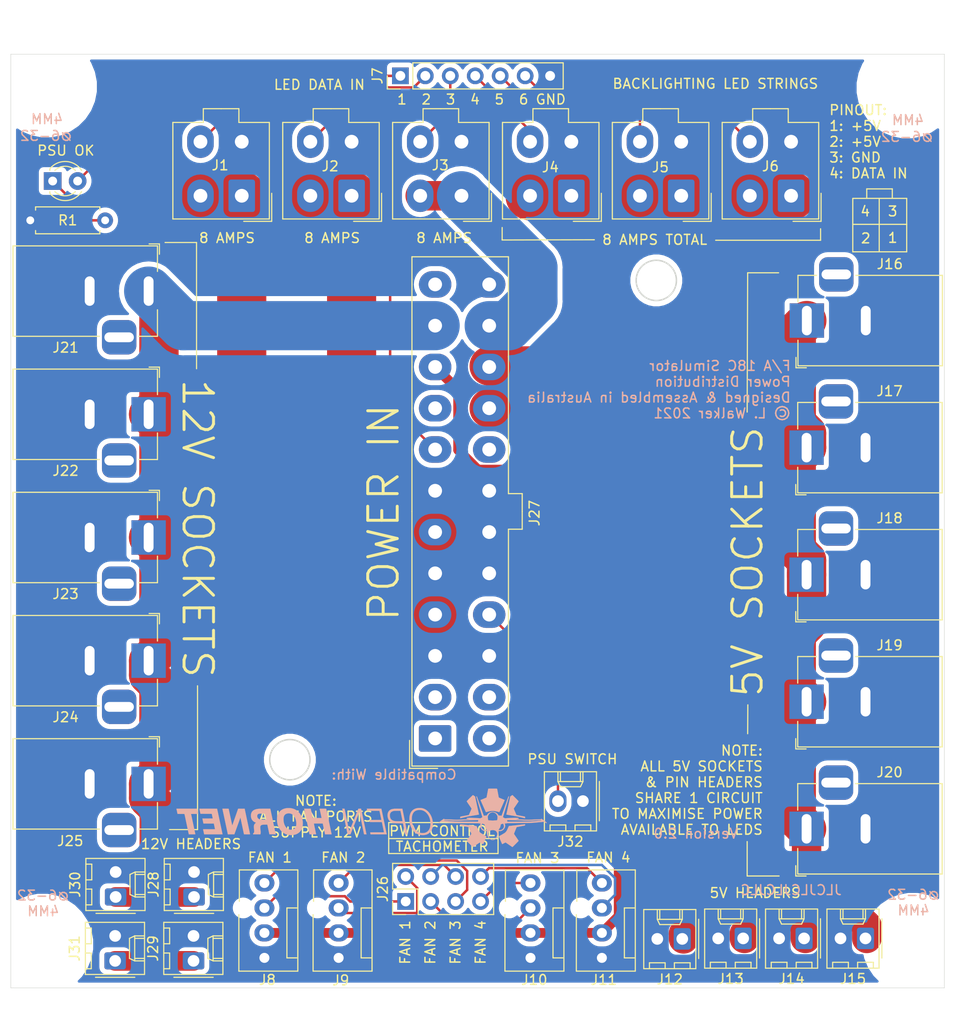
<source format=kicad_pcb>
(kicad_pcb (version 20171130) (host pcbnew "(5.1.6)-1")
  (layers (0 F.Cu signal) (31 B.Cu signal) (34 B.Paste user) (35 F.Paste user) (36 B.SilkS user) (37 F.SilkS user) (38 B.Mask user) (39 F.Mask user) (44 Edge.Cuts user))
  (net 0 "")
  (net 1 "Net-(J10-Pad4)")
  (net 2 "Net-(J10-Pad3)")
  (net 3 "Net-(J11-Pad4)")
  (net 4 "Net-(J11-Pad3)")
  (net 5 "Net-(J26-Pad5)")
  (net 6 "Net-(J26-Pad1)")
  (net 7 "Net-(J26-Pad6)")
  (net 8 "Net-(J26-Pad2)")
  (net 9 "Net-(J27-Pad20)")
  (net 10 "Net-(J27-Pad14)")
  (net 11 "Net-(J27-Pad13)")
  (net 12 "Net-(J27-Pad12)")
  (net 13 "Net-(J27-Pad9)")
  (net 14 "Net-(J27-Pad2)")
  (net 15 "Net-(J27-Pad1)")
  (net 16 /LED5V1)
  (net 17 /LED5V2)
  (net 18 /LED5V3)
  (net 19 /LED5V4)
  (net 20 /5VSOCKETS+)
  (net 21 /12VSOCKETS+)
  (net 22 /FAN+)
  (net 23 "Net-(D1-Pad1)")
  (net 24 /LEDGND)
  (net 25 /LEDDATA1)
  (net 26 /LEDDATA2)
  (net 27 /LEDDATA3)
  (net 28 /LEDDATA4)
  (net 29 /LEDDATA5)
  (net 30 /LEDDATA6)
  (net 31 /PWRGOOD)
  (net 32 /PSUSW)
  (module Connector_Molex:Molex_Mini-Fit_Jr_5566-04A_2x02_P4.20mm_Vertical (layer F.Cu) (at 34.68 14.4 180)
    (fp_text reference J2 (at 2.18 3) (layer F.SilkS))
    (fp_text value Conn_01x04_Female)
    (pad 4 thru_hole oval (at 4.2 5.5 180) (size 2.7 3.3) (drill 1.4) (layers *.Cu *.Mask) (net 26 /LEDDATA2))
    (pad 3 thru_hole oval (at 0 5.5 180) (size 2.7 3.3) (drill 1.4) (layers *.Cu *.Mask) (net 24 /LEDGND))
    (pad 2 thru_hole oval (at 4.2 0 180) (size 2.7 3.3) (drill 1.4) (layers *.Cu *.Mask) (net 17 /LED5V2))
    (pad 1 thru_hole roundrect (at 0 0 180) (size 2.7 3.3) (drill 1.4) (layers *.Cu *.Mask) (roundrect_rratio 0.09259299999999999) (net 17 /LED5V2))
  )
  (module Connector_Molex:Molex_Mini-Fit_Jr_5566-04A_2x02_P4.20mm_Vertical (layer F.Cu) (at 23.5 14.4 180)
    (fp_text reference J1 (at 2.2 3.1 180) (layer F.SilkS))
    (fp_text value Conn_01x04_Female)
    (pad 1 thru_hole roundrect (at 0 0 180) (size 2.7 3.3) (drill 1.4) (layers *.Cu *.Mask) (roundrect_rratio 0.09259299999999999) (net 16 /LED5V1))
    (pad 2 thru_hole oval (at 4.2 0 180) (size 2.7 3.3) (drill 1.4) (layers *.Cu *.Mask) (net 16 /LED5V1))
    (pad 3 thru_hole oval (at 0 5.5 180) (size 2.7 3.3) (drill 1.4) (layers *.Cu *.Mask) (net 24 /LEDGND))
    (pad 4 thru_hole oval (at 4.2 5.5 180) (size 2.7 3.3) (drill 1.4) (layers *.Cu *.Mask) (net 25 /LEDDATA1))
  )
  (module OH_Backlighting:OH_Panel_6-32_PHS (layer F.Cu) (at 91.7956 90.4928)
    (fp_text reference 5 hide)
    (fp_text value OH_Panel_Fastner_Keepout hide)
    (fp_text user ⌀6-32 (at 0.0668 -4.9764) (layer B.SilkS) (effects (justify mirror)))
    (fp_text user 4MM (at 0.0668 -3.3764 180) (layer B.SilkS) (effects (justify mirror)))
    (pad "" np_thru_hole circle (at 0 0) (size 4.3 4.3) (drill 4.3) (layers *.Cu *.Mask) (clearance 3))
  )
  (module OH_Backlighting:OH_Panel_6-32_PHS (layer F.Cu) (at 3.2332 90.5764)
    (fp_text reference 4 hide)
    (fp_text value OH_Panel_Fastner_Keepout hide)
    (fp_text user 4MM (at 0.0668 -3.3764 180) (layer B.SilkS) (effects (justify mirror)))
    (fp_text user ⌀6-32 (at 0.0668 -4.9764) (layer B.SilkS) (effects (justify mirror)))
    (pad "" np_thru_hole circle (at 0 0) (size 4.3 4.3) (drill 4.3) (layers *.Cu *.Mask) (clearance 3))
  )
  (module OH_Backlighting:OH_Panel_6-32_PHS (layer F.Cu) (at 91.2188 3.4036)
    (fp_text reference 3 hide)
    (fp_text value OH_Panel_Fastner_Keepout hide)
    (fp_text user ⌀6-32 (at -0.0068 4.998) (layer B.SilkS) (effects (justify mirror)))
    (fp_text user 4MM (at 0.075 3.298 180) (layer B.SilkS) (effects (justify mirror)))
    (pad "" np_thru_hole circle (at 0 0) (size 4.3 4.3) (drill 4.3) (layers *.Cu *.Mask) (clearance 3))
  )
  (module OH_Backlighting:OH_Panel_6-32_PHS (layer F.Cu) (at 3.6068 3.302)
    (fp_text reference 2 hide)
    (fp_text value OH_Panel_Fastner_Keepout hide)
    (fp_text user 4MM (at 0.075 3.298 180) (layer B.SilkS) (effects (justify mirror)))
    (fp_text user ⌀6-32 (at -0.0068 4.998) (layer B.SilkS) (effects (justify mirror)))
    (pad "" np_thru_hole circle (at 0 0) (size 4.3 4.3) (drill 4.3) (layers *.Cu *.Mask) (clearance 3))
  )
  (module OH_General:OH_LOGO_37.7mm_5.9mm (layer B.Cu) (at 35.7 77.7 180)
    (fp_text reference 1 hide)
    (fp_text value LOGO hide)
  )
  (module Connector_Molex:Molex_Mini-Fit_Jr_5566-04A_2x02_P4.20mm_Vertical (layer F.Cu) (at 79.4 14.4 180)
    (fp_text reference J6 (at 2.1 3) (layer F.SilkS))
    (fp_text value Conn_01x04_Female)
    (pad 1 thru_hole roundrect (at 0 0 180) (size 2.7 3.3) (drill 1.4) (layers *.Cu *.Mask) (roundrect_rratio 0.09259299999999999) (net 19 /LED5V4))
    (pad 2 thru_hole oval (at 4.2 0 180) (size 2.7 3.3) (drill 1.4) (layers *.Cu *.Mask) (net 19 /LED5V4))
    (pad 3 thru_hole oval (at 0 5.5 180) (size 2.7 3.3) (drill 1.4) (layers *.Cu *.Mask) (net 24 /LEDGND))
    (pad 4 thru_hole oval (at 4.2 5.5 180) (size 2.7 3.3) (drill 1.4) (layers *.Cu *.Mask) (net 30 /LEDDATA6))
  )
  (module Connector_Molex:Molex_Mini-Fit_Jr_5566-04A_2x02_P4.20mm_Vertical (layer F.Cu) (at 68.22 14.4 180)
    (fp_text reference J5 (at 2.12 2.9) (layer F.SilkS))
    (fp_text value Conn_01x04_Female)
    (pad 1 thru_hole roundrect (at 0 0 180) (size 2.7 3.3) (drill 1.4) (layers *.Cu *.Mask) (roundrect_rratio 0.09259299999999999) (net 19 /LED5V4))
    (pad 2 thru_hole oval (at 4.2 0 180) (size 2.7 3.3) (drill 1.4) (layers *.Cu *.Mask) (net 19 /LED5V4))
    (pad 3 thru_hole oval (at 0 5.5 180) (size 2.7 3.3) (drill 1.4) (layers *.Cu *.Mask) (net 24 /LEDGND))
    (pad 4 thru_hole oval (at 4.2 5.5 180) (size 2.7 3.3) (drill 1.4) (layers *.Cu *.Mask) (net 29 /LEDDATA5))
  )
  (module Connector_Molex:Molex_Mini-Fit_Jr_5566-04A_2x02_P4.20mm_Vertical (layer F.Cu) (at 57.04 14.4 180)
    (fp_text reference J4 (at 2.14 2.9) (layer F.SilkS))
    (fp_text value Conn_01x04_Female)
    (pad 1 thru_hole roundrect (at 0 0 180) (size 2.7 3.3) (drill 1.4) (layers *.Cu *.Mask) (roundrect_rratio 0.09259299999999999) (net 19 /LED5V4))
    (pad 2 thru_hole oval (at 4.2 0 180) (size 2.7 3.3) (drill 1.4) (layers *.Cu *.Mask) (net 19 /LED5V4))
    (pad 3 thru_hole oval (at 0 5.5 180) (size 2.7 3.3) (drill 1.4) (layers *.Cu *.Mask) (net 24 /LEDGND))
    (pad 4 thru_hole oval (at 4.2 5.5 180) (size 2.7 3.3) (drill 1.4) (layers *.Cu *.Mask) (net 28 /LEDDATA4))
  )
  (module Connector_Molex:Molex_Mini-Fit_Jr_5566-04A_2x02_P4.20mm_Vertical (layer F.Cu) (at 45.86 14.4 180)
    (fp_text reference J3 (at 2.16 3.1) (layer F.SilkS))
    (fp_text value Conn_01x04_Female)
    (pad 1 thru_hole roundrect (at 0 0 180) (size 2.7 3.3) (drill 1.4) (layers *.Cu *.Mask) (roundrect_rratio 0.09259299999999999) (net 18 /LED5V3))
    (pad 2 thru_hole oval (at 4.2 0 180) (size 2.7 3.3) (drill 1.4) (layers *.Cu *.Mask) (net 18 /LED5V3))
    (pad 3 thru_hole oval (at 0 5.5 180) (size 2.7 3.3) (drill 1.4) (layers *.Cu *.Mask) (net 24 /LEDGND))
    (pad 4 thru_hole oval (at 4.2 5.5 180) (size 2.7 3.3) (drill 1.4) (layers *.Cu *.Mask) (net 27 /LEDDATA3))
  )
  (module Resistor_THT:R_Axial_DIN0207_L6.3mm_D2.5mm_P7.62mm_Horizontal (layer F.Cu) (at 1.98 16.9)
    (fp_text reference R1 (at 3.81 0) (layer F.SilkS))
    (fp_text value R)
    (pad 2 thru_hole oval (at 7.62 0) (size 1.6 1.6) (drill 0.8) (layers *.Cu *.Mask) (net 23 "Net-(D1-Pad1)"))
    (pad 1 thru_hole circle (at 0 0) (size 1.6 1.6) (drill 0.8) (layers *.Cu *.Mask) (net 24 /LEDGND))
  )
  (module LED_THT:LED_D3.0mm (layer F.Cu) (at 4.26 12.9)
    (fp_text reference "PSU OK" (at 1.34 -3.1) (layer F.SilkS))
    (fp_text value LED)
    (pad 2 thru_hole circle (at 2.54 0) (size 1.8 1.8) (drill 0.9) (layers *.Cu *.Mask) (net 31 /PWRGOOD))
    (pad 1 thru_hole rect (at 0 0) (size 1.8 1.8) (drill 0.9) (layers *.Cu *.Mask) (net 23 "Net-(D1-Pad1)"))
  )
  (module Connector_BarrelJack:BarrelJack_Horizontal (layer F.Cu) (at 14.0236 24.1)
    (fp_text reference J21 (at -8.45 5.75) (layer F.SilkS))
    (fp_text value Conn_01x02_Female)
    (pad 3 thru_hole roundrect (at -3 4.7) (size 3.5 3.5) (drill oval 3 1) (layers *.Cu *.Mask))
    (pad 2 thru_hole roundrect (at -6 0) (size 3 3.5) (drill oval 1 3) (layers *.Cu *.Mask) (net 24 /LEDGND))
    (pad 1 thru_hole rect (at 0 0) (size 3.5 3.5) (drill oval 1 3) (layers *.Cu *.Mask) (net 21 /12VSOCKETS+))
  )
  (module Connector_BarrelJack:BarrelJack_Horizontal (layer F.Cu) (at 14.0236 49.1716)
    (fp_text reference J23 (at -8.45 5.75) (layer F.SilkS))
    (fp_text value Conn_01x02_Female)
    (pad 3 thru_hole roundrect (at -3 4.7) (size 3.5 3.5) (drill oval 3 1) (layers *.Cu *.Mask))
    (pad 2 thru_hole roundrect (at -6 0) (size 3 3.5) (drill oval 1 3) (layers *.Cu *.Mask) (net 24 /LEDGND))
    (pad 1 thru_hole rect (at 0 0) (size 3.5 3.5) (drill oval 1 3) (layers *.Cu *.Mask) (net 21 /12VSOCKETS+))
  )
  (module Connector_BarrelJack:BarrelJack_Horizontal (layer F.Cu) (at 14.0236 74.2432)
    (fp_text reference J25 (at -7.9756 5.8156) (layer F.SilkS))
    (fp_text value Conn_01x02_Female)
    (pad 3 thru_hole roundrect (at -3 4.7) (size 3.5 3.5) (drill oval 3 1) (layers *.Cu *.Mask))
    (pad 2 thru_hole roundrect (at -6 0) (size 3 3.5) (drill oval 1 3) (layers *.Cu *.Mask) (net 24 /LEDGND))
    (pad 1 thru_hole rect (at 0 0) (size 3.5 3.5) (drill oval 1 3) (layers *.Cu *.Mask) (net 21 /12VSOCKETS+))
  )
  (module Connector_BarrelJack:BarrelJack_Horizontal (layer F.Cu) (at 14.0236 61.7074)
    (fp_text reference J24 (at -8.45 5.75) (layer F.SilkS))
    (fp_text value Conn_01x02_Female)
    (pad 3 thru_hole roundrect (at -3 4.7) (size 3.5 3.5) (drill oval 3 1) (layers *.Cu *.Mask))
    (pad 2 thru_hole roundrect (at -6 0) (size 3 3.5) (drill oval 1 3) (layers *.Cu *.Mask) (net 24 /LEDGND))
    (pad 1 thru_hole rect (at 0 0) (size 3.5 3.5) (drill oval 1 3) (layers *.Cu *.Mask) (net 21 /12VSOCKETS+))
  )
  (module Connector_BarrelJack:BarrelJack_Horizontal (layer F.Cu) (at 14.0236 36.6358)
    (fp_text reference J22 (at -8.45 5.75) (layer F.SilkS))
    (fp_text value Conn_01x02_Female)
    (pad 3 thru_hole roundrect (at -3 4.7) (size 3.5 3.5) (drill oval 3 1) (layers *.Cu *.Mask))
    (pad 2 thru_hole roundrect (at -6 0) (size 3 3.5) (drill oval 1 3) (layers *.Cu *.Mask) (net 24 /LEDGND))
    (pad 1 thru_hole rect (at 0 0) (size 3.5 3.5) (drill oval 1 3) (layers *.Cu *.Mask) (net 21 /12VSOCKETS+))
  )
  (module Connector_BarrelJack:BarrelJack_Horizontal (layer F.Cu) (at 80.9752 78.8152 180)
    (fp_text reference J20 (at -8.45 5.75) (layer F.SilkS))
    (fp_text value Conn_01x02_Female)
    (pad 3 thru_hole roundrect (at -3 4.7 180) (size 3.5 3.5) (drill oval 3 1) (layers *.Cu *.Mask))
    (pad 2 thru_hole roundrect (at -6 0 180) (size 3 3.5) (drill oval 1 3) (layers *.Cu *.Mask) (net 24 /LEDGND))
    (pad 1 thru_hole rect (at 0 0 180) (size 3.5 3.5) (drill oval 1 3) (layers *.Cu *.Mask) (net 20 /5VSOCKETS+))
  )
  (module Connector_BarrelJack:BarrelJack_Horizontal (layer F.Cu) (at 80.9752 65.8864 180)
    (fp_text reference J19 (at -8.45 5.75) (layer F.SilkS))
    (fp_text value Conn_01x02_Female)
    (pad 3 thru_hole roundrect (at -3 4.7 180) (size 3.5 3.5) (drill oval 3 1) (layers *.Cu *.Mask))
    (pad 2 thru_hole roundrect (at -6 0 180) (size 3 3.5) (drill oval 1 3) (layers *.Cu *.Mask) (net 24 /LEDGND))
    (pad 1 thru_hole rect (at 0 0 180) (size 3.5 3.5) (drill oval 1 3) (layers *.Cu *.Mask) (net 20 /5VSOCKETS+))
  )
  (module Connector_BarrelJack:BarrelJack_Horizontal (layer F.Cu) (at 80.9752 52.9576 180)
    (fp_text reference J18 (at -8.45 5.75) (layer F.SilkS))
    (fp_text value Conn_01x02_Female)
    (pad 3 thru_hole roundrect (at -3 4.7 180) (size 3.5 3.5) (drill oval 3 1) (layers *.Cu *.Mask))
    (pad 2 thru_hole roundrect (at -6 0 180) (size 3 3.5) (drill oval 1 3) (layers *.Cu *.Mask) (net 24 /LEDGND))
    (pad 1 thru_hole rect (at 0 0 180) (size 3.5 3.5) (drill oval 1 3) (layers *.Cu *.Mask) (net 20 /5VSOCKETS+))
  )
  (module Connector_BarrelJack:BarrelJack_Horizontal (layer F.Cu) (at 80.9752 40.0288 180)
    (fp_text reference J17 (at -8.45 5.75) (layer F.SilkS))
    (fp_text value Conn_01x02_Female)
    (pad 3 thru_hole roundrect (at -3 4.7 180) (size 3.5 3.5) (drill oval 3 1) (layers *.Cu *.Mask))
    (pad 2 thru_hole roundrect (at -6 0 180) (size 3 3.5) (drill oval 1 3) (layers *.Cu *.Mask) (net 24 /LEDGND))
    (pad 1 thru_hole rect (at 0 0 180) (size 3.5 3.5) (drill oval 1 3) (layers *.Cu *.Mask) (net 20 /5VSOCKETS+))
  )
  (module Connector_BarrelJack:BarrelJack_Horizontal (layer F.Cu) (at 81 27.1 180)
    (fp_text reference J16 (at -8.45 5.75) (layer F.SilkS))
    (fp_text value Conn_01x02_Female)
    (pad 3 thru_hole roundrect (at -3 4.7 180) (size 3.5 3.5) (drill oval 3 1) (layers *.Cu *.Mask))
    (pad 2 thru_hole roundrect (at -6 0 180) (size 3 3.5) (drill oval 1 3) (layers *.Cu *.Mask) (net 24 /LEDGND))
    (pad 1 thru_hole rect (at 0 0 180) (size 3.5 3.5) (drill oval 1 3) (layers *.Cu *.Mask) (net 20 /5VSOCKETS+))
  )
  (module Connector_PinHeader_2.54mm:PinHeader_1x07_P2.54mm_Vertical (layer F.Cu) (at 39.64 2.2 90)
    (fp_text reference J7 (at 0 -2.33 90) (layer F.SilkS))
    (fp_text value Conn_01x07_Female)
    (pad 7 thru_hole oval (at 0 15.24 90) (size 1.7 1.7) (drill 1) (layers *.Cu *.Mask) (net 24 /LEDGND))
    (pad 6 thru_hole oval (at 0 12.7 90) (size 1.7 1.7) (drill 1) (layers *.Cu *.Mask) (net 30 /LEDDATA6))
    (pad 5 thru_hole oval (at 0 10.16 90) (size 1.7 1.7) (drill 1) (layers *.Cu *.Mask) (net 29 /LEDDATA5))
    (pad 4 thru_hole oval (at 0 7.62 90) (size 1.7 1.7) (drill 1) (layers *.Cu *.Mask) (net 28 /LEDDATA4))
    (pad 3 thru_hole oval (at 0 5.08 90) (size 1.7 1.7) (drill 1) (layers *.Cu *.Mask) (net 27 /LEDDATA3))
    (pad 2 thru_hole oval (at 0 2.54 90) (size 1.7 1.7) (drill 1) (layers *.Cu *.Mask) (net 26 /LEDDATA2))
    (pad 1 thru_hole rect (at 0 0 90) (size 1.7 1.7) (drill 1) (layers *.Cu *.Mask) (net 25 /LEDDATA1))
  )
  (module Connector_Molex:Molex_KK-254_AE-6410-02A_1x02_P2.54mm_Vertical (layer F.Cu) (at 58.2168 75.9968 180)
    (fp_text reference J32 (at 1.27 -4.12) (layer F.SilkS))
    (fp_text value Conn_01x02_Female)
    (pad 2 thru_hole oval (at 2.54 0 180) (size 1.74 2.19) (drill 1.19) (layers *.Cu *.Mask) (net 32 /PSUSW))
    (pad 1 thru_hole roundrect (at 0 0 180) (size 1.74 2.19) (drill 1.19) (layers *.Cu *.Mask) (roundrect_rratio 0.143678) (net 24 /LEDGND))
  )
  (module Connector_Molex:Molex_KK-254_AE-6410-02A_1x02_P2.54mm_Vertical (layer F.Cu) (at 10.6172 92.2528 90)
    (fp_text reference J31 (at 1.27 -4.12 90) (layer F.SilkS))
    (fp_text value Conn_01x02_Female)
    (pad 2 thru_hole oval (at 2.54 0 90) (size 1.74 2.19) (drill 1.19) (layers *.Cu *.Mask) (net 24 /LEDGND))
    (pad 1 thru_hole roundrect (at 0 0 90) (size 1.74 2.19) (drill 1.19) (layers *.Cu *.Mask) (roundrect_rratio 0.143678) (net 21 /12VSOCKETS+))
  )
  (module Connector_Molex:Molex_KK-254_AE-6410-02A_1x02_P2.54mm_Vertical (layer F.Cu) (at 10.668 85.7504 90)
    (fp_text reference J30 (at 1.27 -4.12 90) (layer F.SilkS))
    (fp_text value Conn_01x02_Female)
    (pad 2 thru_hole oval (at 2.54 0 90) (size 1.74 2.19) (drill 1.19) (layers *.Cu *.Mask) (net 24 /LEDGND))
    (pad 1 thru_hole roundrect (at 0 0 90) (size 1.74 2.19) (drill 1.19) (layers *.Cu *.Mask) (roundrect_rratio 0.143678) (net 21 /12VSOCKETS+))
  )
  (module Connector_Molex:Molex_KK-254_AE-6410-02A_1x02_P2.54mm_Vertical (layer F.Cu) (at 18.5928 92.2528 90)
    (fp_text reference J29 (at 1.27 -4.12 90) (layer F.SilkS))
    (fp_text value Conn_01x02_Female)
    (pad 2 thru_hole oval (at 2.54 0 90) (size 1.74 2.19) (drill 1.19) (layers *.Cu *.Mask) (net 24 /LEDGND))
    (pad 1 thru_hole roundrect (at 0 0 90) (size 1.74 2.19) (drill 1.19) (layers *.Cu *.Mask) (roundrect_rratio 0.143678) (net 21 /12VSOCKETS+))
  )
  (module Connector_Molex:Molex_KK-254_AE-6410-02A_1x02_P2.54mm_Vertical (layer F.Cu) (at 18.6436 85.7504 90)
    (fp_text reference J28 (at 1.27 -4.12 90) (layer F.SilkS))
    (fp_text value Conn_01x02_Female)
    (pad 2 thru_hole oval (at 2.54 0 90) (size 1.74 2.19) (drill 1.19) (layers *.Cu *.Mask) (net 24 /LEDGND))
    (pad 1 thru_hole roundrect (at 0 0 90) (size 1.74 2.19) (drill 1.19) (layers *.Cu *.Mask) (roundrect_rratio 0.143678) (net 21 /12VSOCKETS+))
  )
  (module Connector_Molex:Molex_KK-254_AE-6410-02A_1x02_P2.54mm_Vertical (layer F.Cu) (at 86.9696 89.9668 180)
    (fp_text reference J15 (at 1.27 -4.12) (layer F.SilkS))
    (fp_text value Conn_01x02_Female)
    (pad 2 thru_hole oval (at 2.54 0 180) (size 1.74 2.19) (drill 1.19) (layers *.Cu *.Mask) (net 24 /LEDGND))
    (pad 1 thru_hole roundrect (at 0 0 180) (size 1.74 2.19) (drill 1.19) (layers *.Cu *.Mask) (roundrect_rratio 0.143678) (net 20 /5VSOCKETS+))
  )
  (module Connector_Molex:Molex_KK-254_AE-6410-02A_1x02_P2.54mm_Vertical (layer F.Cu) (at 80.7212 89.9668 180)
    (fp_text reference J14 (at 1.27 -4.12) (layer F.SilkS))
    (fp_text value Conn_01x02_Female)
    (pad 2 thru_hole oval (at 2.54 0 180) (size 1.74 2.19) (drill 1.19) (layers *.Cu *.Mask) (net 24 /LEDGND))
    (pad 1 thru_hole roundrect (at 0 0 180) (size 1.74 2.19) (drill 1.19) (layers *.Cu *.Mask) (roundrect_rratio 0.143678) (net 20 /5VSOCKETS+))
  )
  (module Connector_Molex:Molex_KK-254_AE-6410-02A_1x02_P2.54mm_Vertical (layer F.Cu) (at 74.5236 89.9668 180)
    (fp_text reference J13 (at 1.27 -4.12) (layer F.SilkS))
    (fp_text value Conn_01x02_Female)
    (pad 2 thru_hole oval (at 2.54 0 180) (size 1.74 2.19) (drill 1.19) (layers *.Cu *.Mask) (net 24 /LEDGND))
    (pad 1 thru_hole roundrect (at 0 0 180) (size 1.74 2.19) (drill 1.19) (layers *.Cu *.Mask) (roundrect_rratio 0.143678) (net 20 /5VSOCKETS+))
  )
  (module Connector_Molex:Molex_KK-254_AE-6410-02A_1x02_P2.54mm_Vertical (layer F.Cu) (at 68.326 90.0176 180)
    (fp_text reference J12 (at 1.27 -4.12) (layer F.SilkS))
    (fp_text value Conn_01x02_Female)
    (pad 2 thru_hole oval (at 2.54 0 180) (size 1.74 2.19) (drill 1.19) (layers *.Cu *.Mask) (net 24 /LEDGND))
    (pad 1 thru_hole roundrect (at 0 0 180) (size 1.74 2.19) (drill 1.19) (layers *.Cu *.Mask) (roundrect_rratio 0.143678) (net 20 /5VSOCKETS+))
  )
  (module Connector_PinHeader_2.54mm:PinHeader_2x04_P2.54mm_Vertical (layer F.Cu) (at 40.1828 86.2076 90)
    (fp_text reference J26 (at 1.27 -2.33 90) (layer F.SilkS))
    (fp_text value Conn_01x08_Female)
    (pad 8 thru_hole oval (at 2.54 7.62 90) (size 1.7 1.7) (drill 1) (layers *.Cu *.Mask) (net 3 "Net-(J11-Pad4)"))
    (pad 7 thru_hole oval (at 0 7.62 90) (size 1.7 1.7) (drill 1) (layers *.Cu *.Mask) (net 1 "Net-(J10-Pad4)"))
    (pad 6 thru_hole oval (at 2.54 5.08 90) (size 1.7 1.7) (drill 1) (layers *.Cu *.Mask) (net 7 "Net-(J26-Pad6)"))
    (pad 5 thru_hole oval (at 0 5.08 90) (size 1.7 1.7) (drill 1) (layers *.Cu *.Mask) (net 5 "Net-(J26-Pad5)"))
    (pad 4 thru_hole oval (at 2.54 2.54 90) (size 1.7 1.7) (drill 1) (layers *.Cu *.Mask) (net 4 "Net-(J11-Pad3)"))
    (pad 3 thru_hole oval (at 0 2.54 90) (size 1.7 1.7) (drill 1) (layers *.Cu *.Mask) (net 2 "Net-(J10-Pad3)"))
    (pad 2 thru_hole oval (at 2.54 0 90) (size 1.7 1.7) (drill 1) (layers *.Cu *.Mask) (net 8 "Net-(J26-Pad2)"))
    (pad 1 thru_hole rect (at 0 0 90) (size 1.7 1.7) (drill 1) (layers *.Cu *.Mask) (net 6 "Net-(J26-Pad1)"))
  )
  (module Connector:FanPinHeader_1x04_P2.54mm_Vertical (layer F.Cu) (at 52.8828 91.948 90)
    (fp_text reference J10 (at -2.2352 0.3895 180) (layer F.SilkS))
    (fp_text value Conn_01x04_Female)
    (pad "" np_thru_hole circle (at 5.08 -2.16 180) (size 1.1 1.1) (drill 1.1) (layers *.Cu *.Mask))
    (pad 4 thru_hole oval (at 7.62 0 180) (size 2.03 1.73) (drill 1.02) (layers *.Cu *.Mask) (net 1 "Net-(J10-Pad4)"))
    (pad 3 thru_hole oval (at 5.08 0 180) (size 2.03 1.73) (drill 1.02) (layers *.Cu *.Mask) (net 2 "Net-(J10-Pad3)"))
    (pad 2 thru_hole oval (at 2.54 0 180) (size 2.03 1.73) (drill 1.02) (layers *.Cu *.Mask) (net 22 /FAN+))
    (pad 1 thru_hole rect (at 0 0 180) (size 2.03 1.73) (drill 1.02) (layers *.Cu *.Mask) (net 24 /LEDGND))
  )
  (module Connector:FanPinHeader_1x04_P2.54mm_Vertical (layer F.Cu) (at 60.1472 91.948 90)
    (fp_text reference J11 (at -2.2352 0.2032 180) (layer F.SilkS))
    (fp_text value Conn_01x04_Female)
    (pad "" np_thru_hole circle (at 5.08 -2.16 180) (size 1.1 1.1) (drill 1.1) (layers *.Cu *.Mask))
    (pad 4 thru_hole oval (at 7.62 0 180) (size 2.03 1.73) (drill 1.02) (layers *.Cu *.Mask) (net 3 "Net-(J11-Pad4)"))
    (pad 3 thru_hole oval (at 5.08 0 180) (size 2.03 1.73) (drill 1.02) (layers *.Cu *.Mask) (net 4 "Net-(J11-Pad3)"))
    (pad 2 thru_hole oval (at 2.54 0 180) (size 2.03 1.73) (drill 1.02) (layers *.Cu *.Mask) (net 22 /FAN+))
    (pad 1 thru_hole rect (at 0 0 180) (size 2.03 1.73) (drill 1.02) (layers *.Cu *.Mask) (net 24 /LEDGND))
  )
  (module Connector:FanPinHeader_1x04_P2.54mm_Vertical (layer F.Cu) (at 33.3587 91.948 90)
    (fp_text reference J9 (at -2.286 0.2201 180) (layer F.SilkS))
    (fp_text value Conn_01x04_Female)
    (pad "" np_thru_hole circle (at 5.08 -2.16 180) (size 1.1 1.1) (drill 1.1) (layers *.Cu *.Mask))
    (pad 4 thru_hole oval (at 7.62 0 180) (size 2.03 1.73) (drill 1.02) (layers *.Cu *.Mask) (net 7 "Net-(J26-Pad6)"))
    (pad 3 thru_hole oval (at 5.08 0 180) (size 2.03 1.73) (drill 1.02) (layers *.Cu *.Mask) (net 8 "Net-(J26-Pad2)"))
    (pad 2 thru_hole oval (at 2.54 0 180) (size 2.03 1.73) (drill 1.02) (layers *.Cu *.Mask) (net 22 /FAN+))
    (pad 1 thru_hole rect (at 0 0 180) (size 2.03 1.73) (drill 1.02) (layers *.Cu *.Mask) (net 24 /LEDGND))
  )
  (module Connector:FanPinHeader_1x04_P2.54mm_Vertical (layer F.Cu) (at 25.8064 91.948 90)
    (fp_text reference J8 (at -2.2352 0.3048 180) (layer F.SilkS))
    (fp_text value Conn_01x04_Female)
    (pad "" np_thru_hole circle (at 5.08 -2.16 180) (size 1.1 1.1) (drill 1.1) (layers *.Cu *.Mask))
    (pad 4 thru_hole oval (at 7.62 0 180) (size 2.03 1.73) (drill 1.02) (layers *.Cu *.Mask) (net 5 "Net-(J26-Pad5)"))
    (pad 3 thru_hole oval (at 5.08 0 180) (size 2.03 1.73) (drill 1.02) (layers *.Cu *.Mask) (net 6 "Net-(J26-Pad1)"))
    (pad 2 thru_hole oval (at 2.54 0 180) (size 2.03 1.73) (drill 1.02) (layers *.Cu *.Mask) (net 22 /FAN+))
    (pad 1 thru_hole rect (at 0 0 180) (size 2.03 1.73) (drill 1.02) (layers *.Cu *.Mask) (net 24 /LEDGND))
  )
  (module Connector_Molex:Molex_Mini-Fit_Jr_5566-24A_2x12_P4.20mm_Vertical (layer F.Cu) (at 43.18 69.6188 90)
    (fp_text reference J27 (at 22.9288 10.1092 90) (layer F.SilkS))
    (fp_text value Conn_01x24_Female)
    (pad 24 thru_hole oval (at 46.2 5.5 90) (size 2.7 3.3) (drill 1.4) (layers *.Cu *.Mask) (net 24 /LEDGND))
    (pad 23 thru_hole oval (at 42 5.5 90) (size 2.7 3.3) (drill 1.4) (layers *.Cu *.Mask) (net 18 /LED5V3))
    (pad 22 thru_hole oval (at 37.8 5.5 90) (size 2.7 3.3) (drill 1.4) (layers *.Cu *.Mask) (net 19 /LED5V4))
    (pad 21 thru_hole oval (at 33.6 5.5 90) (size 2.7 3.3) (drill 1.4) (layers *.Cu *.Mask) (net 20 /5VSOCKETS+))
    (pad 20 thru_hole oval (at 29.4 5.5 90) (size 2.7 3.3) (drill 1.4) (layers *.Cu *.Mask) (net 9 "Net-(J27-Pad20)"))
    (pad 19 thru_hole oval (at 25.2 5.5 90) (size 2.7 3.3) (drill 1.4) (layers *.Cu *.Mask) (net 24 /LEDGND))
    (pad 18 thru_hole oval (at 21 5.5 90) (size 2.7 3.3) (drill 1.4) (layers *.Cu *.Mask) (net 24 /LEDGND))
    (pad 17 thru_hole oval (at 16.8 5.5 90) (size 2.7 3.3) (drill 1.4) (layers *.Cu *.Mask) (net 24 /LEDGND))
    (pad 16 thru_hole oval (at 12.6 5.5 90) (size 2.7 3.3) (drill 1.4) (layers *.Cu *.Mask) (net 32 /PSUSW))
    (pad 15 thru_hole oval (at 8.4 5.5 90) (size 2.7 3.3) (drill 1.4) (layers *.Cu *.Mask) (net 24 /LEDGND))
    (pad 14 thru_hole oval (at 4.2 5.5 90) (size 2.7 3.3) (drill 1.4) (layers *.Cu *.Mask) (net 10 "Net-(J27-Pad14)"))
    (pad 13 thru_hole oval (at 0 5.5 90) (size 2.7 3.3) (drill 1.4) (layers *.Cu *.Mask) (net 11 "Net-(J27-Pad13)"))
    (pad 12 thru_hole oval (at 46.2 0 90) (size 2.7 3.3) (drill 1.4) (layers *.Cu *.Mask) (net 12 "Net-(J27-Pad12)"))
    (pad 11 thru_hole oval (at 42 0 90) (size 2.7 3.3) (drill 1.4) (layers *.Cu *.Mask) (net 21 /12VSOCKETS+))
    (pad 10 thru_hole oval (at 37.8 0 90) (size 2.7 3.3) (drill 1.4) (layers *.Cu *.Mask) (net 22 /FAN+))
    (pad 9 thru_hole oval (at 33.6 0 90) (size 2.7 3.3) (drill 1.4) (layers *.Cu *.Mask) (net 13 "Net-(J27-Pad9)"))
    (pad 8 thru_hole oval (at 29.4 0 90) (size 2.7 3.3) (drill 1.4) (layers *.Cu *.Mask) (net 31 /PWRGOOD))
    (pad 7 thru_hole oval (at 25.2 0 90) (size 2.7 3.3) (drill 1.4) (layers *.Cu *.Mask) (net 24 /LEDGND))
    (pad 6 thru_hole oval (at 21 0 90) (size 2.7 3.3) (drill 1.4) (layers *.Cu *.Mask) (net 17 /LED5V2))
    (pad 5 thru_hole oval (at 16.8 0 90) (size 2.7 3.3) (drill 1.4) (layers *.Cu *.Mask) (net 24 /LEDGND))
    (pad 4 thru_hole oval (at 12.6 0 90) (size 2.7 3.3) (drill 1.4) (layers *.Cu *.Mask) (net 16 /LED5V1))
    (pad 3 thru_hole oval (at 8.4 0 90) (size 2.7 3.3) (drill 1.4) (layers *.Cu *.Mask) (net 24 /LEDGND))
    (pad 2 thru_hole oval (at 4.2 0 90) (size 2.7 3.3) (drill 1.4) (layers *.Cu *.Mask) (net 14 "Net-(J27-Pad2)"))
    (pad 1 thru_hole roundrect (at 0 0 90) (size 2.7 3.3) (drill 1.4) (layers *.Cu *.Mask) (roundrect_rratio 0.09259299999999999) (net 15 "Net-(J27-Pad1)"))
  )
  (gr_text "FAN 1" (at 40.132 90.3732 90) (layer F.SilkS) (effects (font (size 1 1))))
  (gr_text "Compatible With:" (at 39 73.3) (layer B.SilkS) (effects (font (size 1 1)) (justify mirror)))
  (gr_line (start 89.7 13.7) (end 89.7 14.6) (layer F.SilkS) (width 0.12))
  (gr_line (start 87.1 13.7) (end 89.7 13.7) (layer F.SilkS) (width 0.12))
  (gr_line (start 87.1 14.6) (end 87.1 13.7) (layer F.SilkS) (width 0.12))
  (gr_text JLCJLCJLCJLC (at 79.4 85.04682) (layer B.SilkS) (effects (font (size 1 1)) (justify mirror)))
  (gr_text "PSU SWITCH" (at 57.15 71.7296) (layer F.SilkS) (effects (font (size 1 1))))
  (gr_text "12V HEADERS" (at 18.3388 80.3656) (layer F.SilkS) (effects (font (size 1 1))))
  (gr_circle (center 65.6844 23.0124) (end 67.7344 23.0124) (layer Edge.Cuts) (width 0.15))
  (gr_circle (center 28.3972 71.7804) (end 30.4472 71.7804) (layer Edge.Cuts) (width 0.15))
  (gr_text "Version 2.0" (at 69.7 79.3) (layer B.SilkS) (effects (font (size 1 1)) (justify mirror)))
  (gr_text "F/A 18C Simulator\nPower Distribution\nDesigned & Assembled in Australia\n© L. Walker 2021\n" (at 79.4512 34.1244) (layer B.SilkS) (effects (font (size 1 1)) (justify left mirror)))
  (gr_line (start 50 18.9) (end 50 17.6316) (layer F.SilkS) (width 0.12))
  (gr_line (start 59.38 18.8752) (end 50 18.9) (layer F.SilkS) (width 0.12))
  (gr_line (start 82.4 18.926) (end 82.4 17.7576) (layer F.SilkS) (width 0.12))
  (gr_line (start 71.7244 18.926) (end 82.4 18.926) (layer F.SilkS) (width 0.12))
  (gr_text "8 AMPS TOTAL" (at 65.5268 18.8752) (layer F.SilkS) (effects (font (size 1 1))))
  (gr_text "8 AMPS" (at 44.1 18.7) (layer F.SilkS) (effects (font (size 1 1))))
  (gr_text "8 AMPS" (at 32.7 18.7) (layer F.SilkS) (effects (font (size 1 1))))
  (gr_text "8 AMPS" (at 22 18.7) (layer F.SilkS) (effects (font (size 1 1))))
  (gr_text "PINOUT:\n1: +5V\n2: +5V\n3: GND\n4: DATA IN" (at 83.2 8.9) (layer F.SilkS) (effects (font (size 1 1)) (justify left)))
  (gr_text 4 (at 86.9476 15.9876) (layer F.SilkS) (effects (font (size 1 1))))
  (gr_text 3 (at 89.7416 15.9876) (layer F.SilkS) (effects (font (size 1 1))))
  (gr_text 2 (at 86.9984 18.7308) (layer F.SilkS) (effects (font (size 1 1))))
  (gr_text 1 (at 89.7416 18.68) (layer F.SilkS) (effects (font (size 1 1))))
  (gr_line (start 91.164 17.3084) (end 85.6776 17.3084) (layer F.SilkS) (width 0.12))
  (gr_line (start 88.37 14.6668) (end 88.37 20.0516) (layer F.SilkS) (width 0.12))
  (gr_line (start 91.164 14.6668) (end 85.6776 14.6668) (layer F.SilkS) (width 0.12))
  (gr_line (start 91.164 20.1024) (end 91.164 14.6668) (layer F.SilkS) (width 0.12))
  (gr_line (start 85.6776 20.1024) (end 91.164 20.1024) (layer F.SilkS) (width 0.12))
  (gr_line (start 85.6776 14.6668) (end 85.6776 20.1024) (layer F.SilkS) (width 0.12))
  (gr_line (start 74.93 83.6168) (end 78.1812 83.6168) (layer F.SilkS) (width 0.12))
  (gr_line (start 74.93 80.1116) (end 74.93 83.6168) (layer F.SilkS) (width 0.12))
  (gr_line (start 75 66.2) (end 74.9808 69.1388) (layer F.SilkS) (width 0.12))
  (gr_line (start 74.9808 22.2372) (end 78.1304 22.2372) (layer F.SilkS) (width 0.12))
  (gr_line (start 74.93 36.4104) (end 74.9808 22.2372) (layer F.SilkS) (width 0.12))
  (gr_line (start 18.9992 78.8924) (end 16.1544 78.8924) (layer F.SilkS) (width 0.12))
  (gr_line (start 18.9992 64.262) (end 18.9992 78.8924) (layer F.SilkS) (width 0.12))
  (gr_line (start 18.8976 19.1544) (end 15.6972 19.1544) (layer F.SilkS) (width 0.12))
  (gr_line (start 18.9 32) (end 18.8976 19.1544) (layer F.SilkS) (width 0.12))
  (gr_text "POWER IN" (at 37.9476 46.6344 90) (layer F.SilkS) (effects (font (size 3 3) (thickness 0.3))))
  (gr_text "NOTE:\nALL 5V SOCKETS\n& PIN HEADERS\nSHARE 1 CIRCUIT\nTO MAXIMISE POWER\nAVAILABLE TO LEDS" (at 76.6064 74.8792) (layer F.SilkS) (effects (font (size 1 1)) (justify right)))
  (gr_text "5V HEADERS" (at 75.7428 85.344) (layer F.SilkS) (effects (font (size 1 1))))
  (gr_text "NOTE:\nALL FAN PORTS\nSUPPLY 12V" (at 31.0388 77.5716) (layer F.SilkS) (effects (font (size 1 1))))
  (gr_text TACHOMETER (at 43.8912 80.6196) (layer F.SilkS) (effects (font (size 1 1))))
  (gr_text "PWM CONTROL" (at 43.8912 79.0448) (layer F.SilkS) (effects (font (size 1 1))))
  (gr_line (start 38.4556 79.8068) (end 49.53 79.8068) (layer F.SilkS) (width 0.12))
  (gr_line (start 49.5808 81.3308) (end 38.4556 81.3308) (layer F.SilkS) (width 0.12))
  (gr_line (start 49.5808 78.1812) (end 49.5808 81.3308) (layer F.SilkS) (width 0.12))
  (gr_line (start 38.4556 78.1812) (end 49.5808 78.1812) (layer F.SilkS) (width 0.12))
  (gr_line (start 38.4556 81.3308) (end 38.4556 78.1812) (layer F.SilkS) (width 0.12))
  (gr_text "FAN 4" (at 47.8028 90.3732 90) (layer F.SilkS) (effects (font (size 1 1))))
  (gr_text "FAN 3" (at 45.245866 90.3732 90) (layer F.SilkS) (effects (font (size 1 1))))
  (gr_text "FAN 2" (at 42.688933 90.3732 90) (layer F.SilkS) (effects (font (size 1 1))))
  (gr_text "FAN 4" (at 60.8076 81.7372) (layer F.SilkS) (effects (font (size 1 1))))
  (gr_text "FAN 3" (at 53.594 81.788) (layer F.SilkS) (effects (font (size 1 1))))
  (gr_text "FAN 2" (at 33.8328 81.7372) (layer F.SilkS) (effects (font (size 1 1))))
  (gr_text "FAN 1" (at 26.3652 81.7372) (layer F.SilkS) (effects (font (size 1 1))))
  (gr_text "1  2  3  4  5  6 GND" (at 47.9 4.6) (layer F.SilkS) (effects (font (size 1 1))))
  (gr_text "LED DATA IN" (at 31.4 3.1) (layer F.SilkS) (effects (font (size 1 1))))
  (gr_text "BACKLIGHTING LED STRINGS" (at 71.7 3) (layer F.SilkS) (effects (font (size 1 1))))
  (gr_text "12V SOCKETS" (at 18.9992 48.26 270) (layer F.SilkS) (effects (font (size 3 3) (thickness 0.3))))
  (gr_text "5V SOCKETS" (at 74.9808 51.6504 90) (layer F.SilkS) (effects (font (size 3 3) (thickness 0.3))))
  (gr_line (start 0 0) (end 95 0) (layer Edge.Cuts) (width 0.05))
  (gr_line (start 0 95) (end 95 95) (layer Edge.Cuts) (width 0.05))
  (gr_line (start 95 0) (end 95 95) (layer Edge.Cuts) (width 0.05))
  (gr_line (start 0 0) (end 0 95) (layer Edge.Cuts) (width 0.05))
  (segment (start 49.6824 84.328) (end 52.8828 84.328) (width 0.25) (layer F.Cu) (net 1))
  (segment (start 47.8028 86.2076) (end 49.6824 84.328) (width 0.25) (layer F.Cu) (net 1))
  (segment (start 42.7228 86.2076) (end 44.9152 88.4) (width 0.25) (layer F.Cu) (net 2))
  (segment (start 51.3508 88.4) (end 52.8828 86.868) (width 0.25) (layer F.Cu) (net 2))
  (segment (start 44.9152 88.4) (end 51.3508 88.4) (width 0.25) (layer F.Cu) (net 2))
  (segment (start 58.636801 82.817601) (end 60.1472 84.328) (width 0.25) (layer F.Cu) (net 3))
  (segment (start 48.652799 82.817601) (end 58.636801 82.817601) (width 0.25) (layer F.Cu) (net 3))
  (segment (start 47.8028 83.6676) (end 48.652799 82.817601) (width 0.25) (layer F.Cu) (net 3))
  (segment (start 60.144727 82.492599) (end 43.897801 82.492599) (width 0.25) (layer B.Cu) (net 4))
  (segment (start 61.48721 83.835082) (end 60.144727 82.492599) (width 0.25) (layer B.Cu) (net 4))
  (segment (start 61.48721 85.52799) (end 61.48721 83.835082) (width 0.25) (layer B.Cu) (net 4))
  (segment (start 43.897801 82.492599) (end 42.7228 83.6676) (width 0.25) (layer B.Cu) (net 4))
  (segment (start 60.1472 86.868) (end 61.48721 85.52799) (width 0.25) (layer B.Cu) (net 4))
  (segment (start 46.437801 83.103599) (end 46.437801 85.032599) (width 0.25) (layer F.Cu) (net 5))
  (segment (start 45.376792 82.04259) (end 46.437801 83.103599) (width 0.25) (layer F.Cu) (net 5))
  (segment (start 28.09181 82.04259) (end 45.376792 82.04259) (width 0.25) (layer F.Cu) (net 5))
  (segment (start 46.437801 85.032599) (end 45.2628 86.2076) (width 0.25) (layer F.Cu) (net 5))
  (segment (start 25.8064 84.328) (end 28.09181 82.04259) (width 0.25) (layer F.Cu) (net 5))
  (segment (start 26.99641 85.67799) (end 25.8064 86.868) (width 0.25) (layer F.Cu) (net 6))
  (segment (start 34.001618 85.67799) (end 26.99641 85.67799) (width 0.25) (layer F.Cu) (net 6))
  (segment (start 34.531228 86.2076) (end 34.001618 85.67799) (width 0.25) (layer F.Cu) (net 6))
  (segment (start 40.1828 86.2076) (end 34.531228 86.2076) (width 0.25) (layer F.Cu) (net 6))
  (segment (start 44.087799 82.492599) (end 45.2628 83.6676) (width 0.25) (layer F.Cu) (net 7))
  (segment (start 35.194101 82.492599) (end 44.087799 82.492599) (width 0.25) (layer F.Cu) (net 7))
  (segment (start 33.3587 84.328) (end 35.194101 82.492599) (width 0.25) (layer F.Cu) (net 7))
  (segment (start 33.873301 87.382601) (end 33.3587 86.868) (width 0.25) (layer F.Cu) (net 8))
  (segment (start 41.292801 87.382601) (end 33.873301 87.382601) (width 0.25) (layer F.Cu) (net 8))
  (segment (start 41.357801 84.842601) (end 41.357801 87.317601) (width 0.25) (layer F.Cu) (net 8))
  (segment (start 41.357801 87.317601) (end 41.292801 87.382601) (width 0.25) (layer F.Cu) (net 8))
  (segment (start 40.1828 83.6676) (end 41.357801 84.842601) (width 0.25) (layer F.Cu) (net 8))
  (segment (start 19.3 14.4) (end 23.5 14.4) (width 5) (layer F.Cu) (net 16))
  (segment (start 23.5 39.3078) (end 41.211 57.0188) (width 5) (layer F.Cu) (net 16))
  (segment (start 41.211 57.0188) (end 43.18 57.0188) (width 5) (layer F.Cu) (net 16))
  (segment (start 23.5 14.4) (end 23.5 39.3078) (width 5) (layer F.Cu) (net 16))
  (segment (start 41.16101 48.56881) (end 34.68 42.0878) (width 5) (layer F.Cu) (net 17))
  (segment (start 43.16881 48.56881) (end 41.16101 48.56881) (width 5) (layer F.Cu) (net 17))
  (segment (start 43.18 48.58) (end 43.16881 48.56881) (width 5) (layer F.Cu) (net 17))
  (segment (start 34.68 42.0878) (end 34.68 14.4) (width 5) (layer F.Cu) (net 17))
  (segment (start 43.18 48.6188) (end 43.18 48.58) (width 5) (layer F.Cu) (net 17))
  (segment (start 34.68 14.4) (end 30.48 14.4) (width 5) (layer F.Cu) (net 17))
  (segment (start 41.66 14.4) (end 45.86 14.4) (width 3) (layer F.Cu) (net 18))
  (segment (start 50.649 27.6188) (end 48.68 27.6188) (width 5) (layer B.Cu) (net 18))
  (segment (start 53.13001 25.13779) (end 50.649 27.6188) (width 5) (layer B.Cu) (net 18))
  (segment (start 53.13001 21.69981) (end 53.13001 25.13779) (width 5) (layer B.Cu) (net 18))
  (segment (start 45.86 14.4298) (end 53.13001 21.69981) (width 5) (layer B.Cu) (net 18))
  (segment (start 45.86 14.4) (end 45.86 14.4298) (width 5) (layer B.Cu) (net 18))
  (segment (start 52.84 14.4) (end 57.04 14.4) (width 5) (layer F.Cu) (net 19))
  (segment (start 64.02 14.4) (end 68.22 14.4) (width 5) (layer F.Cu) (net 19))
  (segment (start 79.4 14.4) (end 75.2 14.4) (width 5) (layer F.Cu) (net 19))
  (segment (start 61.5 14.4) (end 59.4 16.5) (width 4) (layer F.Cu) (net 19))
  (segment (start 61.5 14.4) (end 57.04 14.4) (width 5) (layer F.Cu) (net 19))
  (segment (start 64.02 14.4) (end 61.5 14.4) (width 5) (layer F.Cu) (net 19))
  (segment (start 59.4 16.5) (end 59.4 26.6) (width 4) (layer F.Cu) (net 19))
  (segment (start 54.28121 31.71879) (end 48.68 31.71879) (width 4) (layer F.Cu) (net 19))
  (segment (start 59.4 26.6) (end 54.28121 31.71879) (width 4) (layer F.Cu) (net 19))
  (segment (start 75.2 14.4) (end 68.22 14.4) (width 5) (layer F.Cu) (net 19))
  (segment (start 79.92519 64.83639) (end 80.9752 65.8864) (width 4) (layer F.Cu) (net 20))
  (segment (start 79.92519 58.996266) (end 79.92519 64.83639) (width 4) (layer F.Cu) (net 20))
  (segment (start 80.9752 57.946256) (end 79.92519 58.996266) (width 4) (layer F.Cu) (net 20))
  (segment (start 80.9752 52.9576) (end 80.9752 57.946256) (width 4) (layer F.Cu) (net 20))
  (segment (start 79.92519 50.447734) (end 79.92519 41.07881) (width 4) (layer F.Cu) (net 20))
  (segment (start 80.9752 51.497744) (end 79.92519 50.447734) (width 4) (layer F.Cu) (net 20))
  (segment (start 79.92519 41.07881) (end 80.9752 40.0288) (width 4) (layer F.Cu) (net 20))
  (segment (start 80.9752 52.9576) (end 80.9752 51.497744) (width 4) (layer F.Cu) (net 20))
  (segment (start 79.92519 37.518934) (end 79.92519 28.17481) (width 4) (layer F.Cu) (net 20))
  (segment (start 79.92519 28.17481) (end 81 27.1) (width 4) (layer F.Cu) (net 20))
  (segment (start 80.9752 38.568944) (end 79.92519 37.518934) (width 4) (layer F.Cu) (net 20))
  (segment (start 80.9752 40.0288) (end 80.9752 38.568944) (width 4) (layer F.Cu) (net 20))
  (segment (start 79.92519 66.93641) (end 80.9752 65.8864) (width 4) (layer F.Cu) (net 20))
  (segment (start 79.92519 77.76519) (end 79.92519 66.93641) (width 4) (layer F.Cu) (net 20))
  (segment (start 80.9752 78.8152) (end 79.92519 77.76519) (width 4) (layer F.Cu) (net 20))
  (segment (start 74.65361 89.493426) (end 74.65361 89.9668) (width 3) (layer F.Cu) (net 20))
  (segment (start 80.9752 78.8152) (end 80.9752 83.171836) (width 3) (layer F.Cu) (net 20))
  (segment (start 68.45601 89.493426) (end 68.45601 90.0176) (width 3) (layer F.Cu) (net 20))
  (segment (start 80.9752 83.171836) (end 76.723518 87.423518) (width 3) (layer F.Cu) (net 20))
  (segment (start 76.723518 87.423518) (end 74.65361 89.493426) (width 3) (layer F.Cu) (net 20))
  (segment (start 76.723518 87.423518) (end 76.37179 87.07179) (width 3) (layer F.Cu) (net 20))
  (segment (start 76.37179 87.07179) (end 70.877646 87.07179) (width 3) (layer F.Cu) (net 20))
  (segment (start 70.877646 87.07179) (end 68.45601 89.493426) (width 3) (layer F.Cu) (net 20))
  (segment (start 80.85121 88.635846) (end 80.85121 89.9668) (width 3) (layer F.Cu) (net 20))
  (segment (start 76.37179 87.07179) (end 79.287154 87.07179) (width 3) (layer F.Cu) (net 20))
  (segment (start 79.287154 87.07179) (end 80.85121 88.635846) (width 3) (layer F.Cu) (net 20))
  (segment (start 87.09961 88.635846) (end 87.09961 89.9668) (width 3) (layer F.Cu) (net 20))
  (segment (start 79.287154 87.07179) (end 85.535554 87.07179) (width 3) (layer F.Cu) (net 20))
  (segment (start 85.535554 87.07179) (end 87.09961 88.635846) (width 3) (layer F.Cu) (net 20))
  (segment (start 76.9652 36.0188) (end 80.9752 40.0288) (width 4) (layer F.Cu) (net 20))
  (segment (start 48.68 36.0188) (end 76.9652 36.0188) (width 4) (layer F.Cu) (net 20))
  (segment (start 14.0236 75.703056) (end 15.1 76.779456) (width 4) (layer F.Cu) (net 21))
  (segment (start 14.0236 74.2432) (end 14.0236 75.703056) (width 4) (layer F.Cu) (net 21))
  (segment (start 14.1472 92.2528) (end 10.6172 92.2528) (width 2) (layer F.Cu) (net 21))
  (segment (start 15.1 91.3) (end 14.1472 92.2528) (width 2) (layer F.Cu) (net 21))
  (segment (start 16.0528 92.2528) (end 18.5928 92.2528) (width 2) (layer F.Cu) (net 21))
  (segment (start 15.1 91.3) (end 16.0528 92.2528) (width 2) (layer F.Cu) (net 21))
  (segment (start 13.6496 85.7504) (end 15.1 84.3) (width 2) (layer F.Cu) (net 21))
  (segment (start 10.668 85.7504) (end 13.6496 85.7504) (width 2) (layer F.Cu) (net 21))
  (segment (start 15.1 76.779456) (end 15.1 84.3) (width 4) (layer F.Cu) (net 21))
  (segment (start 15.1 84.3) (end 15.1 91.3) (width 4) (layer F.Cu) (net 21))
  (segment (start 16.5504 85.7504) (end 15.1 84.3) (width 2) (layer F.Cu) (net 21))
  (segment (start 18.6436 85.7504) (end 16.5504 85.7504) (width 2) (layer F.Cu) (net 21))
  (segment (start 15.07361 35.58579) (end 14.0236 36.6358) (width 4) (layer F.Cu) (net 21))
  (segment (start 14.0236 24.1) (end 15.07361 25.15001) (width 4) (layer F.Cu) (net 21))
  (segment (start 15.07361 48.12159) (end 14.0236 49.1716) (width 4) (layer F.Cu) (net 21))
  (segment (start 15.07361 37.68581) (end 15.07361 48.12159) (width 4) (layer F.Cu) (net 21))
  (segment (start 14.0236 36.6358) (end 15.07361 37.68581) (width 4) (layer F.Cu) (net 21))
  (segment (start 15.07361 60.65739) (end 14.0236 61.7074) (width 4) (layer F.Cu) (net 21))
  (segment (start 15.07361 50.22161) (end 15.07361 60.65739) (width 4) (layer F.Cu) (net 21))
  (segment (start 14.0236 49.1716) (end 15.07361 50.22161) (width 4) (layer F.Cu) (net 21))
  (segment (start 15.07361 64.217266) (end 15.07361 73.19319) (width 4) (layer F.Cu) (net 21))
  (segment (start 14.0236 63.167256) (end 15.07361 64.217266) (width 4) (layer F.Cu) (net 21))
  (segment (start 15.07361 73.19319) (end 14.0236 74.2432) (width 4) (layer F.Cu) (net 21))
  (segment (start 14.0236 61.7074) (end 14.0236 63.167256) (width 4) (layer F.Cu) (net 21))
  (segment (start 15.07361 25.15001) (end 15.07361 27.82639) (width 4) (layer F.Cu) (net 21))
  (segment (start 15.07361 27.82639) (end 15.07361 35.58579) (width 4) (layer F.Cu) (net 21))
  (segment (start 17.5424 27.6188) (end 14.0236 24.1) (width 5) (layer B.Cu) (net 21))
  (segment (start 43.18 27.6188) (end 17.5424 27.6188) (width 5) (layer B.Cu) (net 21))
  (segment (start 60.1472 89.408) (end 52.8828 89.408) (width 1) (layer F.Cu) (net 22))
  (segment (start 33.3587 89.408) (end 52.8828 89.408) (width 1) (layer F.Cu) (net 22))
  (segment (start 33.3587 89.408) (end 25.8064 89.408) (width 1) (layer F.Cu) (net 22))
  (segment (start 45.53001 40.267961) (end 45.53001 34.16881) (width 1) (layer F.Cu) (net 22))
  (segment (start 45.53001 34.16881) (end 43.18 31.8188) (width 1) (layer F.Cu) (net 22))
  (segment (start 47.530859 42.26881) (end 45.53001 40.267961) (width 1) (layer F.Cu) (net 22))
  (segment (start 53.970563 42.26881) (end 47.530859 42.26881) (width 1) (layer F.Cu) (net 22))
  (segment (start 61.86221 50.160457) (end 53.970563 42.26881) (width 1) (layer F.Cu) (net 22))
  (segment (start 61.86221 87.69299) (end 61.86221 50.160457) (width 1) (layer F.Cu) (net 22))
  (segment (start 60.1472 89.408) (end 61.86221 87.69299) (width 1) (layer F.Cu) (net 22))
  (segment (start 8.26 16.9) (end 9.6 16.9) (width 0.25) (layer F.Cu) (net 23))
  (segment (start 4.26 12.9) (end 8.26 16.9) (width 0.25) (layer F.Cu) (net 23))
  (segment (start 26 2.2) (end 19.3 8.9) (width 0.25) (layer F.Cu) (net 25))
  (segment (start 39.64 2.2) (end 26 2.2) (width 0.25) (layer F.Cu) (net 25))
  (segment (start 36.004999 3.375001) (end 41.004999 3.375001) (width 0.25) (layer F.Cu) (net 26))
  (segment (start 41.004999 3.375001) (end 42.18 2.2) (width 0.25) (layer F.Cu) (net 26))
  (segment (start 30.48 8.9) (end 36.004999 3.375001) (width 0.25) (layer F.Cu) (net 26))
  (segment (start 44.72 5.84) (end 41.66 8.9) (width 0.25) (layer F.Cu) (net 27))
  (segment (start 44.72 2.2) (end 44.72 5.84) (width 0.25) (layer F.Cu) (net 27))
  (segment (start 52.84 7.78) (end 52.84 8.9) (width 0.25) (layer F.Cu) (net 28))
  (segment (start 47.26 2.2) (end 52.84 7.78) (width 0.25) (layer F.Cu) (net 28))
  (segment (start 64.02 8.9) (end 64.02 6.62) (width 0.25) (layer F.Cu) (net 29))
  (segment (start 64.02 6.62) (end 62.8 5.4) (width 0.25) (layer F.Cu) (net 29))
  (segment (start 53 5.4) (end 49.8 2.2) (width 0.25) (layer F.Cu) (net 29))
  (segment (start 62.8 5.4) (end 53 5.4) (width 0.25) (layer F.Cu) (net 29))
  (segment (start 69.675001 3.375001) (end 75.2 8.9) (width 0.25) (layer F.Cu) (net 30))
  (segment (start 53.515001 3.375001) (end 69.675001 3.375001) (width 0.25) (layer F.Cu) (net 30))
  (segment (start 52.34 2.2) (end 53.515001 3.375001) (width 0.25) (layer F.Cu) (net 30))
  (segment (start 35.891578 11.47499) (end 38.6 14.183412) (width 0.25) (layer F.Cu) (net 31))
  (segment (start 6.8 12.9) (end 8.22501 11.47499) (width 0.25) (layer F.Cu) (net 31))
  (segment (start 8.22501 11.47499) (end 35.891578 11.47499) (width 0.25) (layer F.Cu) (net 31))
  (segment (start 38.6 35.6388) (end 43.18 40.2188) (width 0.25) (layer F.Cu) (net 31))
  (segment (start 38.6 14.183412) (end 38.6 35.6388) (width 0.25) (layer F.Cu) (net 31))
  (segment (start 55.6768 64.0156) (end 55.6768 75.9968) (width 0.25) (layer F.Cu) (net 32))
  (segment (start 48.68 57.0188) (end 55.6768 64.0156) (width 0.25) (layer F.Cu) (net 32))
  (zone (net 24) (net_name /LEDGND) (layer B.Cu) (connect_pads yes (clearance 0.508)) (min_thickness 0.254) (fill yes (arc_segments 32) (thermal_gap 0.508) (thermal_bridge_width 0.508))
    (polygon (pts (xy 96.4 95.9) (xy -1.1 96.1) (xy -0.7 -0.7) (xy 95.7 -0.8)))
  )
)
</source>
